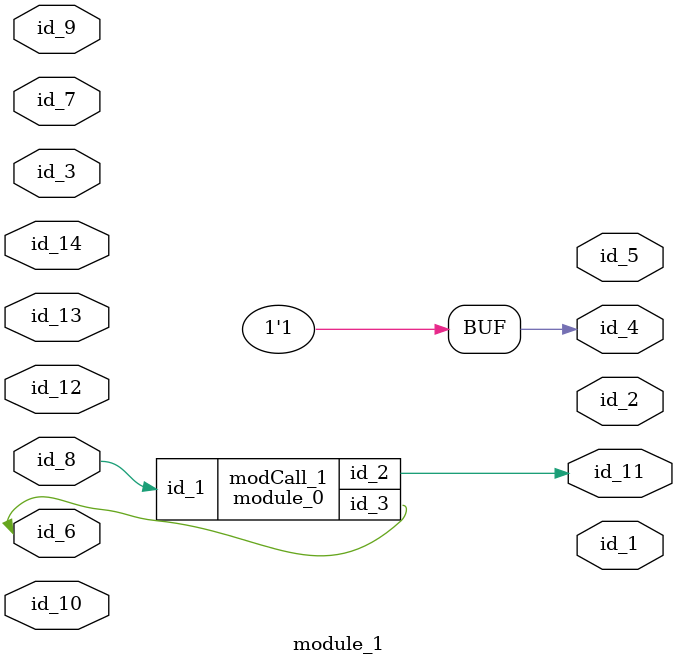
<source format=v>
module module_0 (
    id_1,
    id_2,
    id_3
);
  output wire id_3;
  output wire id_2;
  input wire id_1;
endmodule
module module_1 (
    id_1,
    id_2,
    id_3,
    id_4,
    id_5,
    id_6,
    id_7,
    id_8,
    id_9,
    id_10,
    id_11,
    id_12,
    id_13,
    id_14
);
  input wire id_14;
  inout wire id_13;
  input wire id_12;
  output wire id_11;
  input wire id_10;
  input wire id_9;
  inout wire id_8;
  input wire id_7;
  inout wire id_6;
  output wire id_5;
  output wire id_4;
  input wire id_3;
  output wire id_2;
  output wire id_1;
  assign id_4 = 1;
  module_0 modCall_1 (
      id_8,
      id_11,
      id_6
  );
endmodule

</source>
